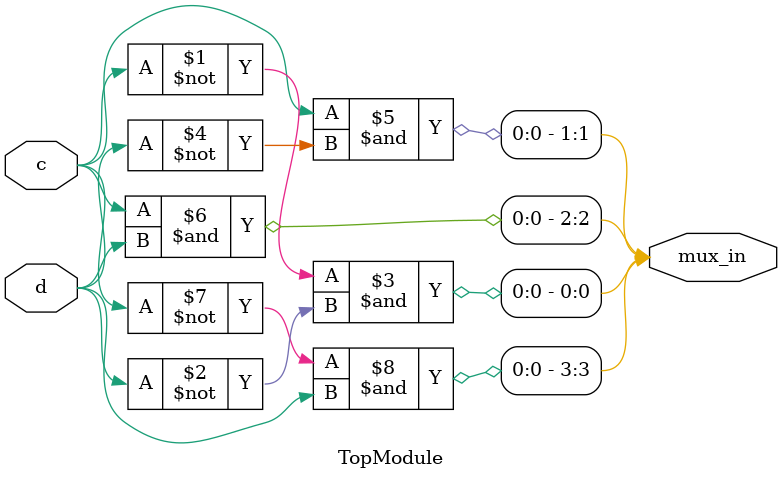
<source format=sv>
module TopModule (
    input wire c,          // Input signal 'c'
    input wire d,          // Input signal 'd'
    output wire [3:0] mux_in // 4-bit output connecting to the 4-to-1 multiplexer
);

    // Assign mux_in based on the Karnaugh map interpretation
    assign mux_in[0] = (~c & ~d); // ab = 00
    assign mux_in[1] = (c & ~d);  // ab = 01
    assign mux_in[2] = (c & d);   // ab = 11
    assign mux_in[3] = (~c & d);  // ab = 10

endmodule
</source>
